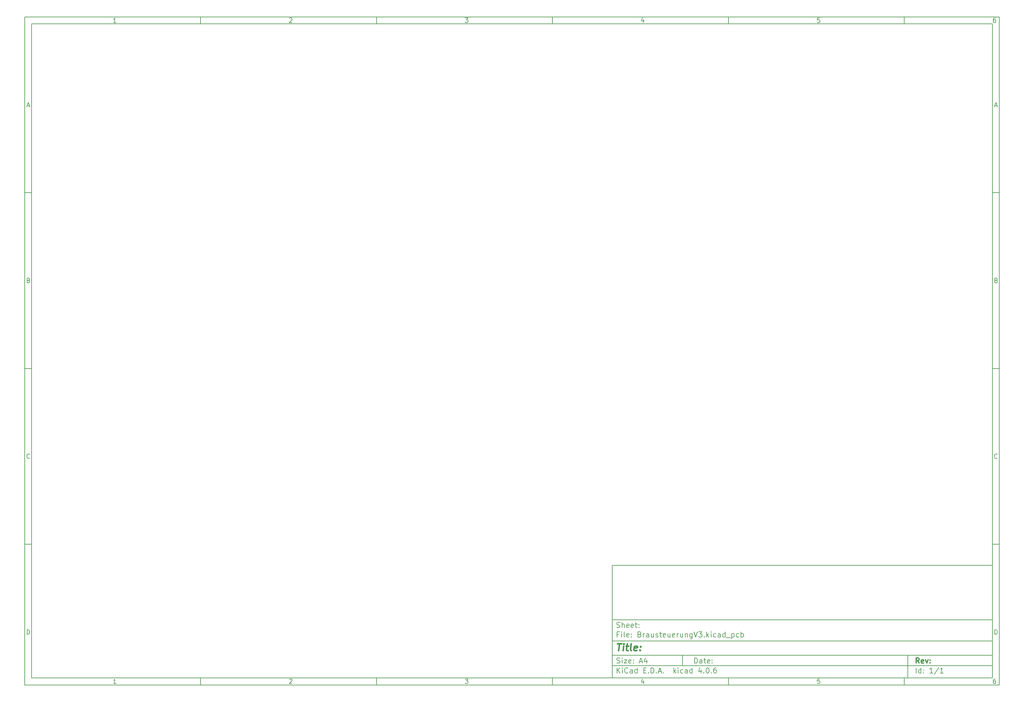
<source format=gbp>
%TF.GenerationSoftware,KiCad,Pcbnew,4.0.6*%
%TF.CreationDate,2018-01-11T12:13:06+01:00*%
%TF.ProjectId,BrausteuerungV3,42726175737465756572756E6756332E,rev?*%
%TF.FileFunction,Paste,Bot*%
%FSLAX46Y46*%
G04 Gerber Fmt 4.6, Leading zero omitted, Abs format (unit mm)*
G04 Created by KiCad (PCBNEW 4.0.6) date 01/11/18 12:13:06*
%MOMM*%
%LPD*%
G01*
G04 APERTURE LIST*
%ADD10C,0.100000*%
%ADD11C,0.150000*%
%ADD12C,0.300000*%
%ADD13C,0.400000*%
G04 APERTURE END LIST*
D10*
D11*
X177002200Y-166007200D02*
X177002200Y-198007200D01*
X285002200Y-198007200D01*
X285002200Y-166007200D01*
X177002200Y-166007200D01*
D10*
D11*
X10000000Y-10000000D02*
X10000000Y-200007200D01*
X287002200Y-200007200D01*
X287002200Y-10000000D01*
X10000000Y-10000000D01*
D10*
D11*
X12000000Y-12000000D02*
X12000000Y-198007200D01*
X285002200Y-198007200D01*
X285002200Y-12000000D01*
X12000000Y-12000000D01*
D10*
D11*
X60000000Y-12000000D02*
X60000000Y-10000000D01*
D10*
D11*
X110000000Y-12000000D02*
X110000000Y-10000000D01*
D10*
D11*
X160000000Y-12000000D02*
X160000000Y-10000000D01*
D10*
D11*
X210000000Y-12000000D02*
X210000000Y-10000000D01*
D10*
D11*
X260000000Y-12000000D02*
X260000000Y-10000000D01*
D10*
D11*
X35990476Y-11588095D02*
X35247619Y-11588095D01*
X35619048Y-11588095D02*
X35619048Y-10288095D01*
X35495238Y-10473810D01*
X35371429Y-10597619D01*
X35247619Y-10659524D01*
D10*
D11*
X85247619Y-10411905D02*
X85309524Y-10350000D01*
X85433333Y-10288095D01*
X85742857Y-10288095D01*
X85866667Y-10350000D01*
X85928571Y-10411905D01*
X85990476Y-10535714D01*
X85990476Y-10659524D01*
X85928571Y-10845238D01*
X85185714Y-11588095D01*
X85990476Y-11588095D01*
D10*
D11*
X135185714Y-10288095D02*
X135990476Y-10288095D01*
X135557143Y-10783333D01*
X135742857Y-10783333D01*
X135866667Y-10845238D01*
X135928571Y-10907143D01*
X135990476Y-11030952D01*
X135990476Y-11340476D01*
X135928571Y-11464286D01*
X135866667Y-11526190D01*
X135742857Y-11588095D01*
X135371429Y-11588095D01*
X135247619Y-11526190D01*
X135185714Y-11464286D01*
D10*
D11*
X185866667Y-10721429D02*
X185866667Y-11588095D01*
X185557143Y-10226190D02*
X185247619Y-11154762D01*
X186052381Y-11154762D01*
D10*
D11*
X235928571Y-10288095D02*
X235309524Y-10288095D01*
X235247619Y-10907143D01*
X235309524Y-10845238D01*
X235433333Y-10783333D01*
X235742857Y-10783333D01*
X235866667Y-10845238D01*
X235928571Y-10907143D01*
X235990476Y-11030952D01*
X235990476Y-11340476D01*
X235928571Y-11464286D01*
X235866667Y-11526190D01*
X235742857Y-11588095D01*
X235433333Y-11588095D01*
X235309524Y-11526190D01*
X235247619Y-11464286D01*
D10*
D11*
X285866667Y-10288095D02*
X285619048Y-10288095D01*
X285495238Y-10350000D01*
X285433333Y-10411905D01*
X285309524Y-10597619D01*
X285247619Y-10845238D01*
X285247619Y-11340476D01*
X285309524Y-11464286D01*
X285371429Y-11526190D01*
X285495238Y-11588095D01*
X285742857Y-11588095D01*
X285866667Y-11526190D01*
X285928571Y-11464286D01*
X285990476Y-11340476D01*
X285990476Y-11030952D01*
X285928571Y-10907143D01*
X285866667Y-10845238D01*
X285742857Y-10783333D01*
X285495238Y-10783333D01*
X285371429Y-10845238D01*
X285309524Y-10907143D01*
X285247619Y-11030952D01*
D10*
D11*
X60000000Y-198007200D02*
X60000000Y-200007200D01*
D10*
D11*
X110000000Y-198007200D02*
X110000000Y-200007200D01*
D10*
D11*
X160000000Y-198007200D02*
X160000000Y-200007200D01*
D10*
D11*
X210000000Y-198007200D02*
X210000000Y-200007200D01*
D10*
D11*
X260000000Y-198007200D02*
X260000000Y-200007200D01*
D10*
D11*
X35990476Y-199595295D02*
X35247619Y-199595295D01*
X35619048Y-199595295D02*
X35619048Y-198295295D01*
X35495238Y-198481010D01*
X35371429Y-198604819D01*
X35247619Y-198666724D01*
D10*
D11*
X85247619Y-198419105D02*
X85309524Y-198357200D01*
X85433333Y-198295295D01*
X85742857Y-198295295D01*
X85866667Y-198357200D01*
X85928571Y-198419105D01*
X85990476Y-198542914D01*
X85990476Y-198666724D01*
X85928571Y-198852438D01*
X85185714Y-199595295D01*
X85990476Y-199595295D01*
D10*
D11*
X135185714Y-198295295D02*
X135990476Y-198295295D01*
X135557143Y-198790533D01*
X135742857Y-198790533D01*
X135866667Y-198852438D01*
X135928571Y-198914343D01*
X135990476Y-199038152D01*
X135990476Y-199347676D01*
X135928571Y-199471486D01*
X135866667Y-199533390D01*
X135742857Y-199595295D01*
X135371429Y-199595295D01*
X135247619Y-199533390D01*
X135185714Y-199471486D01*
D10*
D11*
X185866667Y-198728629D02*
X185866667Y-199595295D01*
X185557143Y-198233390D02*
X185247619Y-199161962D01*
X186052381Y-199161962D01*
D10*
D11*
X235928571Y-198295295D02*
X235309524Y-198295295D01*
X235247619Y-198914343D01*
X235309524Y-198852438D01*
X235433333Y-198790533D01*
X235742857Y-198790533D01*
X235866667Y-198852438D01*
X235928571Y-198914343D01*
X235990476Y-199038152D01*
X235990476Y-199347676D01*
X235928571Y-199471486D01*
X235866667Y-199533390D01*
X235742857Y-199595295D01*
X235433333Y-199595295D01*
X235309524Y-199533390D01*
X235247619Y-199471486D01*
D10*
D11*
X285866667Y-198295295D02*
X285619048Y-198295295D01*
X285495238Y-198357200D01*
X285433333Y-198419105D01*
X285309524Y-198604819D01*
X285247619Y-198852438D01*
X285247619Y-199347676D01*
X285309524Y-199471486D01*
X285371429Y-199533390D01*
X285495238Y-199595295D01*
X285742857Y-199595295D01*
X285866667Y-199533390D01*
X285928571Y-199471486D01*
X285990476Y-199347676D01*
X285990476Y-199038152D01*
X285928571Y-198914343D01*
X285866667Y-198852438D01*
X285742857Y-198790533D01*
X285495238Y-198790533D01*
X285371429Y-198852438D01*
X285309524Y-198914343D01*
X285247619Y-199038152D01*
D10*
D11*
X10000000Y-60000000D02*
X12000000Y-60000000D01*
D10*
D11*
X10000000Y-110000000D02*
X12000000Y-110000000D01*
D10*
D11*
X10000000Y-160000000D02*
X12000000Y-160000000D01*
D10*
D11*
X10690476Y-35216667D02*
X11309524Y-35216667D01*
X10566667Y-35588095D02*
X11000000Y-34288095D01*
X11433333Y-35588095D01*
D10*
D11*
X11092857Y-84907143D02*
X11278571Y-84969048D01*
X11340476Y-85030952D01*
X11402381Y-85154762D01*
X11402381Y-85340476D01*
X11340476Y-85464286D01*
X11278571Y-85526190D01*
X11154762Y-85588095D01*
X10659524Y-85588095D01*
X10659524Y-84288095D01*
X11092857Y-84288095D01*
X11216667Y-84350000D01*
X11278571Y-84411905D01*
X11340476Y-84535714D01*
X11340476Y-84659524D01*
X11278571Y-84783333D01*
X11216667Y-84845238D01*
X11092857Y-84907143D01*
X10659524Y-84907143D01*
D10*
D11*
X11402381Y-135464286D02*
X11340476Y-135526190D01*
X11154762Y-135588095D01*
X11030952Y-135588095D01*
X10845238Y-135526190D01*
X10721429Y-135402381D01*
X10659524Y-135278571D01*
X10597619Y-135030952D01*
X10597619Y-134845238D01*
X10659524Y-134597619D01*
X10721429Y-134473810D01*
X10845238Y-134350000D01*
X11030952Y-134288095D01*
X11154762Y-134288095D01*
X11340476Y-134350000D01*
X11402381Y-134411905D01*
D10*
D11*
X10659524Y-185588095D02*
X10659524Y-184288095D01*
X10969048Y-184288095D01*
X11154762Y-184350000D01*
X11278571Y-184473810D01*
X11340476Y-184597619D01*
X11402381Y-184845238D01*
X11402381Y-185030952D01*
X11340476Y-185278571D01*
X11278571Y-185402381D01*
X11154762Y-185526190D01*
X10969048Y-185588095D01*
X10659524Y-185588095D01*
D10*
D11*
X287002200Y-60000000D02*
X285002200Y-60000000D01*
D10*
D11*
X287002200Y-110000000D02*
X285002200Y-110000000D01*
D10*
D11*
X287002200Y-160000000D02*
X285002200Y-160000000D01*
D10*
D11*
X285692676Y-35216667D02*
X286311724Y-35216667D01*
X285568867Y-35588095D02*
X286002200Y-34288095D01*
X286435533Y-35588095D01*
D10*
D11*
X286095057Y-84907143D02*
X286280771Y-84969048D01*
X286342676Y-85030952D01*
X286404581Y-85154762D01*
X286404581Y-85340476D01*
X286342676Y-85464286D01*
X286280771Y-85526190D01*
X286156962Y-85588095D01*
X285661724Y-85588095D01*
X285661724Y-84288095D01*
X286095057Y-84288095D01*
X286218867Y-84350000D01*
X286280771Y-84411905D01*
X286342676Y-84535714D01*
X286342676Y-84659524D01*
X286280771Y-84783333D01*
X286218867Y-84845238D01*
X286095057Y-84907143D01*
X285661724Y-84907143D01*
D10*
D11*
X286404581Y-135464286D02*
X286342676Y-135526190D01*
X286156962Y-135588095D01*
X286033152Y-135588095D01*
X285847438Y-135526190D01*
X285723629Y-135402381D01*
X285661724Y-135278571D01*
X285599819Y-135030952D01*
X285599819Y-134845238D01*
X285661724Y-134597619D01*
X285723629Y-134473810D01*
X285847438Y-134350000D01*
X286033152Y-134288095D01*
X286156962Y-134288095D01*
X286342676Y-134350000D01*
X286404581Y-134411905D01*
D10*
D11*
X285661724Y-185588095D02*
X285661724Y-184288095D01*
X285971248Y-184288095D01*
X286156962Y-184350000D01*
X286280771Y-184473810D01*
X286342676Y-184597619D01*
X286404581Y-184845238D01*
X286404581Y-185030952D01*
X286342676Y-185278571D01*
X286280771Y-185402381D01*
X286156962Y-185526190D01*
X285971248Y-185588095D01*
X285661724Y-185588095D01*
D10*
D11*
X200359343Y-193785771D02*
X200359343Y-192285771D01*
X200716486Y-192285771D01*
X200930771Y-192357200D01*
X201073629Y-192500057D01*
X201145057Y-192642914D01*
X201216486Y-192928629D01*
X201216486Y-193142914D01*
X201145057Y-193428629D01*
X201073629Y-193571486D01*
X200930771Y-193714343D01*
X200716486Y-193785771D01*
X200359343Y-193785771D01*
X202502200Y-193785771D02*
X202502200Y-193000057D01*
X202430771Y-192857200D01*
X202287914Y-192785771D01*
X202002200Y-192785771D01*
X201859343Y-192857200D01*
X202502200Y-193714343D02*
X202359343Y-193785771D01*
X202002200Y-193785771D01*
X201859343Y-193714343D01*
X201787914Y-193571486D01*
X201787914Y-193428629D01*
X201859343Y-193285771D01*
X202002200Y-193214343D01*
X202359343Y-193214343D01*
X202502200Y-193142914D01*
X203002200Y-192785771D02*
X203573629Y-192785771D01*
X203216486Y-192285771D02*
X203216486Y-193571486D01*
X203287914Y-193714343D01*
X203430772Y-193785771D01*
X203573629Y-193785771D01*
X204645057Y-193714343D02*
X204502200Y-193785771D01*
X204216486Y-193785771D01*
X204073629Y-193714343D01*
X204002200Y-193571486D01*
X204002200Y-193000057D01*
X204073629Y-192857200D01*
X204216486Y-192785771D01*
X204502200Y-192785771D01*
X204645057Y-192857200D01*
X204716486Y-193000057D01*
X204716486Y-193142914D01*
X204002200Y-193285771D01*
X205359343Y-193642914D02*
X205430771Y-193714343D01*
X205359343Y-193785771D01*
X205287914Y-193714343D01*
X205359343Y-193642914D01*
X205359343Y-193785771D01*
X205359343Y-192857200D02*
X205430771Y-192928629D01*
X205359343Y-193000057D01*
X205287914Y-192928629D01*
X205359343Y-192857200D01*
X205359343Y-193000057D01*
D10*
D11*
X177002200Y-194507200D02*
X285002200Y-194507200D01*
D10*
D11*
X178359343Y-196585771D02*
X178359343Y-195085771D01*
X179216486Y-196585771D02*
X178573629Y-195728629D01*
X179216486Y-195085771D02*
X178359343Y-195942914D01*
X179859343Y-196585771D02*
X179859343Y-195585771D01*
X179859343Y-195085771D02*
X179787914Y-195157200D01*
X179859343Y-195228629D01*
X179930771Y-195157200D01*
X179859343Y-195085771D01*
X179859343Y-195228629D01*
X181430772Y-196442914D02*
X181359343Y-196514343D01*
X181145057Y-196585771D01*
X181002200Y-196585771D01*
X180787915Y-196514343D01*
X180645057Y-196371486D01*
X180573629Y-196228629D01*
X180502200Y-195942914D01*
X180502200Y-195728629D01*
X180573629Y-195442914D01*
X180645057Y-195300057D01*
X180787915Y-195157200D01*
X181002200Y-195085771D01*
X181145057Y-195085771D01*
X181359343Y-195157200D01*
X181430772Y-195228629D01*
X182716486Y-196585771D02*
X182716486Y-195800057D01*
X182645057Y-195657200D01*
X182502200Y-195585771D01*
X182216486Y-195585771D01*
X182073629Y-195657200D01*
X182716486Y-196514343D02*
X182573629Y-196585771D01*
X182216486Y-196585771D01*
X182073629Y-196514343D01*
X182002200Y-196371486D01*
X182002200Y-196228629D01*
X182073629Y-196085771D01*
X182216486Y-196014343D01*
X182573629Y-196014343D01*
X182716486Y-195942914D01*
X184073629Y-196585771D02*
X184073629Y-195085771D01*
X184073629Y-196514343D02*
X183930772Y-196585771D01*
X183645058Y-196585771D01*
X183502200Y-196514343D01*
X183430772Y-196442914D01*
X183359343Y-196300057D01*
X183359343Y-195871486D01*
X183430772Y-195728629D01*
X183502200Y-195657200D01*
X183645058Y-195585771D01*
X183930772Y-195585771D01*
X184073629Y-195657200D01*
X185930772Y-195800057D02*
X186430772Y-195800057D01*
X186645058Y-196585771D02*
X185930772Y-196585771D01*
X185930772Y-195085771D01*
X186645058Y-195085771D01*
X187287915Y-196442914D02*
X187359343Y-196514343D01*
X187287915Y-196585771D01*
X187216486Y-196514343D01*
X187287915Y-196442914D01*
X187287915Y-196585771D01*
X188002201Y-196585771D02*
X188002201Y-195085771D01*
X188359344Y-195085771D01*
X188573629Y-195157200D01*
X188716487Y-195300057D01*
X188787915Y-195442914D01*
X188859344Y-195728629D01*
X188859344Y-195942914D01*
X188787915Y-196228629D01*
X188716487Y-196371486D01*
X188573629Y-196514343D01*
X188359344Y-196585771D01*
X188002201Y-196585771D01*
X189502201Y-196442914D02*
X189573629Y-196514343D01*
X189502201Y-196585771D01*
X189430772Y-196514343D01*
X189502201Y-196442914D01*
X189502201Y-196585771D01*
X190145058Y-196157200D02*
X190859344Y-196157200D01*
X190002201Y-196585771D02*
X190502201Y-195085771D01*
X191002201Y-196585771D01*
X191502201Y-196442914D02*
X191573629Y-196514343D01*
X191502201Y-196585771D01*
X191430772Y-196514343D01*
X191502201Y-196442914D01*
X191502201Y-196585771D01*
X194502201Y-196585771D02*
X194502201Y-195085771D01*
X194645058Y-196014343D02*
X195073629Y-196585771D01*
X195073629Y-195585771D02*
X194502201Y-196157200D01*
X195716487Y-196585771D02*
X195716487Y-195585771D01*
X195716487Y-195085771D02*
X195645058Y-195157200D01*
X195716487Y-195228629D01*
X195787915Y-195157200D01*
X195716487Y-195085771D01*
X195716487Y-195228629D01*
X197073630Y-196514343D02*
X196930773Y-196585771D01*
X196645059Y-196585771D01*
X196502201Y-196514343D01*
X196430773Y-196442914D01*
X196359344Y-196300057D01*
X196359344Y-195871486D01*
X196430773Y-195728629D01*
X196502201Y-195657200D01*
X196645059Y-195585771D01*
X196930773Y-195585771D01*
X197073630Y-195657200D01*
X198359344Y-196585771D02*
X198359344Y-195800057D01*
X198287915Y-195657200D01*
X198145058Y-195585771D01*
X197859344Y-195585771D01*
X197716487Y-195657200D01*
X198359344Y-196514343D02*
X198216487Y-196585771D01*
X197859344Y-196585771D01*
X197716487Y-196514343D01*
X197645058Y-196371486D01*
X197645058Y-196228629D01*
X197716487Y-196085771D01*
X197859344Y-196014343D01*
X198216487Y-196014343D01*
X198359344Y-195942914D01*
X199716487Y-196585771D02*
X199716487Y-195085771D01*
X199716487Y-196514343D02*
X199573630Y-196585771D01*
X199287916Y-196585771D01*
X199145058Y-196514343D01*
X199073630Y-196442914D01*
X199002201Y-196300057D01*
X199002201Y-195871486D01*
X199073630Y-195728629D01*
X199145058Y-195657200D01*
X199287916Y-195585771D01*
X199573630Y-195585771D01*
X199716487Y-195657200D01*
X202216487Y-195585771D02*
X202216487Y-196585771D01*
X201859344Y-195014343D02*
X201502201Y-196085771D01*
X202430773Y-196085771D01*
X203002201Y-196442914D02*
X203073629Y-196514343D01*
X203002201Y-196585771D01*
X202930772Y-196514343D01*
X203002201Y-196442914D01*
X203002201Y-196585771D01*
X204002201Y-195085771D02*
X204145058Y-195085771D01*
X204287915Y-195157200D01*
X204359344Y-195228629D01*
X204430773Y-195371486D01*
X204502201Y-195657200D01*
X204502201Y-196014343D01*
X204430773Y-196300057D01*
X204359344Y-196442914D01*
X204287915Y-196514343D01*
X204145058Y-196585771D01*
X204002201Y-196585771D01*
X203859344Y-196514343D01*
X203787915Y-196442914D01*
X203716487Y-196300057D01*
X203645058Y-196014343D01*
X203645058Y-195657200D01*
X203716487Y-195371486D01*
X203787915Y-195228629D01*
X203859344Y-195157200D01*
X204002201Y-195085771D01*
X205145058Y-196442914D02*
X205216486Y-196514343D01*
X205145058Y-196585771D01*
X205073629Y-196514343D01*
X205145058Y-196442914D01*
X205145058Y-196585771D01*
X206502201Y-195085771D02*
X206216487Y-195085771D01*
X206073630Y-195157200D01*
X206002201Y-195228629D01*
X205859344Y-195442914D01*
X205787915Y-195728629D01*
X205787915Y-196300057D01*
X205859344Y-196442914D01*
X205930772Y-196514343D01*
X206073630Y-196585771D01*
X206359344Y-196585771D01*
X206502201Y-196514343D01*
X206573630Y-196442914D01*
X206645058Y-196300057D01*
X206645058Y-195942914D01*
X206573630Y-195800057D01*
X206502201Y-195728629D01*
X206359344Y-195657200D01*
X206073630Y-195657200D01*
X205930772Y-195728629D01*
X205859344Y-195800057D01*
X205787915Y-195942914D01*
D10*
D11*
X177002200Y-191507200D02*
X285002200Y-191507200D01*
D10*
D12*
X264216486Y-193785771D02*
X263716486Y-193071486D01*
X263359343Y-193785771D02*
X263359343Y-192285771D01*
X263930771Y-192285771D01*
X264073629Y-192357200D01*
X264145057Y-192428629D01*
X264216486Y-192571486D01*
X264216486Y-192785771D01*
X264145057Y-192928629D01*
X264073629Y-193000057D01*
X263930771Y-193071486D01*
X263359343Y-193071486D01*
X265430771Y-193714343D02*
X265287914Y-193785771D01*
X265002200Y-193785771D01*
X264859343Y-193714343D01*
X264787914Y-193571486D01*
X264787914Y-193000057D01*
X264859343Y-192857200D01*
X265002200Y-192785771D01*
X265287914Y-192785771D01*
X265430771Y-192857200D01*
X265502200Y-193000057D01*
X265502200Y-193142914D01*
X264787914Y-193285771D01*
X266002200Y-192785771D02*
X266359343Y-193785771D01*
X266716485Y-192785771D01*
X267287914Y-193642914D02*
X267359342Y-193714343D01*
X267287914Y-193785771D01*
X267216485Y-193714343D01*
X267287914Y-193642914D01*
X267287914Y-193785771D01*
X267287914Y-192857200D02*
X267359342Y-192928629D01*
X267287914Y-193000057D01*
X267216485Y-192928629D01*
X267287914Y-192857200D01*
X267287914Y-193000057D01*
D10*
D11*
X178287914Y-193714343D02*
X178502200Y-193785771D01*
X178859343Y-193785771D01*
X179002200Y-193714343D01*
X179073629Y-193642914D01*
X179145057Y-193500057D01*
X179145057Y-193357200D01*
X179073629Y-193214343D01*
X179002200Y-193142914D01*
X178859343Y-193071486D01*
X178573629Y-193000057D01*
X178430771Y-192928629D01*
X178359343Y-192857200D01*
X178287914Y-192714343D01*
X178287914Y-192571486D01*
X178359343Y-192428629D01*
X178430771Y-192357200D01*
X178573629Y-192285771D01*
X178930771Y-192285771D01*
X179145057Y-192357200D01*
X179787914Y-193785771D02*
X179787914Y-192785771D01*
X179787914Y-192285771D02*
X179716485Y-192357200D01*
X179787914Y-192428629D01*
X179859342Y-192357200D01*
X179787914Y-192285771D01*
X179787914Y-192428629D01*
X180359343Y-192785771D02*
X181145057Y-192785771D01*
X180359343Y-193785771D01*
X181145057Y-193785771D01*
X182287914Y-193714343D02*
X182145057Y-193785771D01*
X181859343Y-193785771D01*
X181716486Y-193714343D01*
X181645057Y-193571486D01*
X181645057Y-193000057D01*
X181716486Y-192857200D01*
X181859343Y-192785771D01*
X182145057Y-192785771D01*
X182287914Y-192857200D01*
X182359343Y-193000057D01*
X182359343Y-193142914D01*
X181645057Y-193285771D01*
X183002200Y-193642914D02*
X183073628Y-193714343D01*
X183002200Y-193785771D01*
X182930771Y-193714343D01*
X183002200Y-193642914D01*
X183002200Y-193785771D01*
X183002200Y-192857200D02*
X183073628Y-192928629D01*
X183002200Y-193000057D01*
X182930771Y-192928629D01*
X183002200Y-192857200D01*
X183002200Y-193000057D01*
X184787914Y-193357200D02*
X185502200Y-193357200D01*
X184645057Y-193785771D02*
X185145057Y-192285771D01*
X185645057Y-193785771D01*
X186787914Y-192785771D02*
X186787914Y-193785771D01*
X186430771Y-192214343D02*
X186073628Y-193285771D01*
X187002200Y-193285771D01*
D10*
D11*
X263359343Y-196585771D02*
X263359343Y-195085771D01*
X264716486Y-196585771D02*
X264716486Y-195085771D01*
X264716486Y-196514343D02*
X264573629Y-196585771D01*
X264287915Y-196585771D01*
X264145057Y-196514343D01*
X264073629Y-196442914D01*
X264002200Y-196300057D01*
X264002200Y-195871486D01*
X264073629Y-195728629D01*
X264145057Y-195657200D01*
X264287915Y-195585771D01*
X264573629Y-195585771D01*
X264716486Y-195657200D01*
X265430772Y-196442914D02*
X265502200Y-196514343D01*
X265430772Y-196585771D01*
X265359343Y-196514343D01*
X265430772Y-196442914D01*
X265430772Y-196585771D01*
X265430772Y-195657200D02*
X265502200Y-195728629D01*
X265430772Y-195800057D01*
X265359343Y-195728629D01*
X265430772Y-195657200D01*
X265430772Y-195800057D01*
X268073629Y-196585771D02*
X267216486Y-196585771D01*
X267645058Y-196585771D02*
X267645058Y-195085771D01*
X267502201Y-195300057D01*
X267359343Y-195442914D01*
X267216486Y-195514343D01*
X269787914Y-195014343D02*
X268502200Y-196942914D01*
X271073629Y-196585771D02*
X270216486Y-196585771D01*
X270645058Y-196585771D02*
X270645058Y-195085771D01*
X270502201Y-195300057D01*
X270359343Y-195442914D01*
X270216486Y-195514343D01*
D10*
D11*
X177002200Y-187507200D02*
X285002200Y-187507200D01*
D10*
D13*
X178454581Y-188211962D02*
X179597438Y-188211962D01*
X178776010Y-190211962D02*
X179026010Y-188211962D01*
X180014105Y-190211962D02*
X180180771Y-188878629D01*
X180264105Y-188211962D02*
X180156962Y-188307200D01*
X180240295Y-188402438D01*
X180347439Y-188307200D01*
X180264105Y-188211962D01*
X180240295Y-188402438D01*
X180847438Y-188878629D02*
X181609343Y-188878629D01*
X181216486Y-188211962D02*
X181002200Y-189926248D01*
X181073630Y-190116724D01*
X181252201Y-190211962D01*
X181442677Y-190211962D01*
X182395058Y-190211962D02*
X182216487Y-190116724D01*
X182145057Y-189926248D01*
X182359343Y-188211962D01*
X183930772Y-190116724D02*
X183728391Y-190211962D01*
X183347439Y-190211962D01*
X183168867Y-190116724D01*
X183097438Y-189926248D01*
X183192676Y-189164343D01*
X183311724Y-188973867D01*
X183514105Y-188878629D01*
X183895057Y-188878629D01*
X184073629Y-188973867D01*
X184145057Y-189164343D01*
X184121248Y-189354819D01*
X183145057Y-189545295D01*
X184895057Y-190021486D02*
X184978392Y-190116724D01*
X184871248Y-190211962D01*
X184787915Y-190116724D01*
X184895057Y-190021486D01*
X184871248Y-190211962D01*
X185026010Y-188973867D02*
X185109344Y-189069105D01*
X185002200Y-189164343D01*
X184918867Y-189069105D01*
X185026010Y-188973867D01*
X185002200Y-189164343D01*
D10*
D11*
X178859343Y-185600057D02*
X178359343Y-185600057D01*
X178359343Y-186385771D02*
X178359343Y-184885771D01*
X179073629Y-184885771D01*
X179645057Y-186385771D02*
X179645057Y-185385771D01*
X179645057Y-184885771D02*
X179573628Y-184957200D01*
X179645057Y-185028629D01*
X179716485Y-184957200D01*
X179645057Y-184885771D01*
X179645057Y-185028629D01*
X180573629Y-186385771D02*
X180430771Y-186314343D01*
X180359343Y-186171486D01*
X180359343Y-184885771D01*
X181716485Y-186314343D02*
X181573628Y-186385771D01*
X181287914Y-186385771D01*
X181145057Y-186314343D01*
X181073628Y-186171486D01*
X181073628Y-185600057D01*
X181145057Y-185457200D01*
X181287914Y-185385771D01*
X181573628Y-185385771D01*
X181716485Y-185457200D01*
X181787914Y-185600057D01*
X181787914Y-185742914D01*
X181073628Y-185885771D01*
X182430771Y-186242914D02*
X182502199Y-186314343D01*
X182430771Y-186385771D01*
X182359342Y-186314343D01*
X182430771Y-186242914D01*
X182430771Y-186385771D01*
X182430771Y-185457200D02*
X182502199Y-185528629D01*
X182430771Y-185600057D01*
X182359342Y-185528629D01*
X182430771Y-185457200D01*
X182430771Y-185600057D01*
X184787914Y-185600057D02*
X185002200Y-185671486D01*
X185073628Y-185742914D01*
X185145057Y-185885771D01*
X185145057Y-186100057D01*
X185073628Y-186242914D01*
X185002200Y-186314343D01*
X184859342Y-186385771D01*
X184287914Y-186385771D01*
X184287914Y-184885771D01*
X184787914Y-184885771D01*
X184930771Y-184957200D01*
X185002200Y-185028629D01*
X185073628Y-185171486D01*
X185073628Y-185314343D01*
X185002200Y-185457200D01*
X184930771Y-185528629D01*
X184787914Y-185600057D01*
X184287914Y-185600057D01*
X185787914Y-186385771D02*
X185787914Y-185385771D01*
X185787914Y-185671486D02*
X185859342Y-185528629D01*
X185930771Y-185457200D01*
X186073628Y-185385771D01*
X186216485Y-185385771D01*
X187359342Y-186385771D02*
X187359342Y-185600057D01*
X187287913Y-185457200D01*
X187145056Y-185385771D01*
X186859342Y-185385771D01*
X186716485Y-185457200D01*
X187359342Y-186314343D02*
X187216485Y-186385771D01*
X186859342Y-186385771D01*
X186716485Y-186314343D01*
X186645056Y-186171486D01*
X186645056Y-186028629D01*
X186716485Y-185885771D01*
X186859342Y-185814343D01*
X187216485Y-185814343D01*
X187359342Y-185742914D01*
X188716485Y-185385771D02*
X188716485Y-186385771D01*
X188073628Y-185385771D02*
X188073628Y-186171486D01*
X188145056Y-186314343D01*
X188287914Y-186385771D01*
X188502199Y-186385771D01*
X188645056Y-186314343D01*
X188716485Y-186242914D01*
X189359342Y-186314343D02*
X189502199Y-186385771D01*
X189787914Y-186385771D01*
X189930771Y-186314343D01*
X190002199Y-186171486D01*
X190002199Y-186100057D01*
X189930771Y-185957200D01*
X189787914Y-185885771D01*
X189573628Y-185885771D01*
X189430771Y-185814343D01*
X189359342Y-185671486D01*
X189359342Y-185600057D01*
X189430771Y-185457200D01*
X189573628Y-185385771D01*
X189787914Y-185385771D01*
X189930771Y-185457200D01*
X190430771Y-185385771D02*
X191002200Y-185385771D01*
X190645057Y-184885771D02*
X190645057Y-186171486D01*
X190716485Y-186314343D01*
X190859343Y-186385771D01*
X191002200Y-186385771D01*
X192073628Y-186314343D02*
X191930771Y-186385771D01*
X191645057Y-186385771D01*
X191502200Y-186314343D01*
X191430771Y-186171486D01*
X191430771Y-185600057D01*
X191502200Y-185457200D01*
X191645057Y-185385771D01*
X191930771Y-185385771D01*
X192073628Y-185457200D01*
X192145057Y-185600057D01*
X192145057Y-185742914D01*
X191430771Y-185885771D01*
X193430771Y-185385771D02*
X193430771Y-186385771D01*
X192787914Y-185385771D02*
X192787914Y-186171486D01*
X192859342Y-186314343D01*
X193002200Y-186385771D01*
X193216485Y-186385771D01*
X193359342Y-186314343D01*
X193430771Y-186242914D01*
X194716485Y-186314343D02*
X194573628Y-186385771D01*
X194287914Y-186385771D01*
X194145057Y-186314343D01*
X194073628Y-186171486D01*
X194073628Y-185600057D01*
X194145057Y-185457200D01*
X194287914Y-185385771D01*
X194573628Y-185385771D01*
X194716485Y-185457200D01*
X194787914Y-185600057D01*
X194787914Y-185742914D01*
X194073628Y-185885771D01*
X195430771Y-186385771D02*
X195430771Y-185385771D01*
X195430771Y-185671486D02*
X195502199Y-185528629D01*
X195573628Y-185457200D01*
X195716485Y-185385771D01*
X195859342Y-185385771D01*
X197002199Y-185385771D02*
X197002199Y-186385771D01*
X196359342Y-185385771D02*
X196359342Y-186171486D01*
X196430770Y-186314343D01*
X196573628Y-186385771D01*
X196787913Y-186385771D01*
X196930770Y-186314343D01*
X197002199Y-186242914D01*
X197716485Y-185385771D02*
X197716485Y-186385771D01*
X197716485Y-185528629D02*
X197787913Y-185457200D01*
X197930771Y-185385771D01*
X198145056Y-185385771D01*
X198287913Y-185457200D01*
X198359342Y-185600057D01*
X198359342Y-186385771D01*
X199716485Y-185385771D02*
X199716485Y-186600057D01*
X199645056Y-186742914D01*
X199573628Y-186814343D01*
X199430771Y-186885771D01*
X199216485Y-186885771D01*
X199073628Y-186814343D01*
X199716485Y-186314343D02*
X199573628Y-186385771D01*
X199287914Y-186385771D01*
X199145056Y-186314343D01*
X199073628Y-186242914D01*
X199002199Y-186100057D01*
X199002199Y-185671486D01*
X199073628Y-185528629D01*
X199145056Y-185457200D01*
X199287914Y-185385771D01*
X199573628Y-185385771D01*
X199716485Y-185457200D01*
X200216485Y-184885771D02*
X200716485Y-186385771D01*
X201216485Y-184885771D01*
X201573628Y-184885771D02*
X202502199Y-184885771D01*
X202002199Y-185457200D01*
X202216485Y-185457200D01*
X202359342Y-185528629D01*
X202430771Y-185600057D01*
X202502199Y-185742914D01*
X202502199Y-186100057D01*
X202430771Y-186242914D01*
X202359342Y-186314343D01*
X202216485Y-186385771D01*
X201787913Y-186385771D01*
X201645056Y-186314343D01*
X201573628Y-186242914D01*
X203145056Y-186242914D02*
X203216484Y-186314343D01*
X203145056Y-186385771D01*
X203073627Y-186314343D01*
X203145056Y-186242914D01*
X203145056Y-186385771D01*
X203859342Y-186385771D02*
X203859342Y-184885771D01*
X204002199Y-185814343D02*
X204430770Y-186385771D01*
X204430770Y-185385771D02*
X203859342Y-185957200D01*
X205073628Y-186385771D02*
X205073628Y-185385771D01*
X205073628Y-184885771D02*
X205002199Y-184957200D01*
X205073628Y-185028629D01*
X205145056Y-184957200D01*
X205073628Y-184885771D01*
X205073628Y-185028629D01*
X206430771Y-186314343D02*
X206287914Y-186385771D01*
X206002200Y-186385771D01*
X205859342Y-186314343D01*
X205787914Y-186242914D01*
X205716485Y-186100057D01*
X205716485Y-185671486D01*
X205787914Y-185528629D01*
X205859342Y-185457200D01*
X206002200Y-185385771D01*
X206287914Y-185385771D01*
X206430771Y-185457200D01*
X207716485Y-186385771D02*
X207716485Y-185600057D01*
X207645056Y-185457200D01*
X207502199Y-185385771D01*
X207216485Y-185385771D01*
X207073628Y-185457200D01*
X207716485Y-186314343D02*
X207573628Y-186385771D01*
X207216485Y-186385771D01*
X207073628Y-186314343D01*
X207002199Y-186171486D01*
X207002199Y-186028629D01*
X207073628Y-185885771D01*
X207216485Y-185814343D01*
X207573628Y-185814343D01*
X207716485Y-185742914D01*
X209073628Y-186385771D02*
X209073628Y-184885771D01*
X209073628Y-186314343D02*
X208930771Y-186385771D01*
X208645057Y-186385771D01*
X208502199Y-186314343D01*
X208430771Y-186242914D01*
X208359342Y-186100057D01*
X208359342Y-185671486D01*
X208430771Y-185528629D01*
X208502199Y-185457200D01*
X208645057Y-185385771D01*
X208930771Y-185385771D01*
X209073628Y-185457200D01*
X209430771Y-186528629D02*
X210573628Y-186528629D01*
X210930771Y-185385771D02*
X210930771Y-186885771D01*
X210930771Y-185457200D02*
X211073628Y-185385771D01*
X211359342Y-185385771D01*
X211502199Y-185457200D01*
X211573628Y-185528629D01*
X211645057Y-185671486D01*
X211645057Y-186100057D01*
X211573628Y-186242914D01*
X211502199Y-186314343D01*
X211359342Y-186385771D01*
X211073628Y-186385771D01*
X210930771Y-186314343D01*
X212930771Y-186314343D02*
X212787914Y-186385771D01*
X212502200Y-186385771D01*
X212359342Y-186314343D01*
X212287914Y-186242914D01*
X212216485Y-186100057D01*
X212216485Y-185671486D01*
X212287914Y-185528629D01*
X212359342Y-185457200D01*
X212502200Y-185385771D01*
X212787914Y-185385771D01*
X212930771Y-185457200D01*
X213573628Y-186385771D02*
X213573628Y-184885771D01*
X213573628Y-185457200D02*
X213716485Y-185385771D01*
X214002199Y-185385771D01*
X214145056Y-185457200D01*
X214216485Y-185528629D01*
X214287914Y-185671486D01*
X214287914Y-186100057D01*
X214216485Y-186242914D01*
X214145056Y-186314343D01*
X214002199Y-186385771D01*
X213716485Y-186385771D01*
X213573628Y-186314343D01*
D10*
D11*
X177002200Y-181507200D02*
X285002200Y-181507200D01*
D10*
D11*
X178287914Y-183614343D02*
X178502200Y-183685771D01*
X178859343Y-183685771D01*
X179002200Y-183614343D01*
X179073629Y-183542914D01*
X179145057Y-183400057D01*
X179145057Y-183257200D01*
X179073629Y-183114343D01*
X179002200Y-183042914D01*
X178859343Y-182971486D01*
X178573629Y-182900057D01*
X178430771Y-182828629D01*
X178359343Y-182757200D01*
X178287914Y-182614343D01*
X178287914Y-182471486D01*
X178359343Y-182328629D01*
X178430771Y-182257200D01*
X178573629Y-182185771D01*
X178930771Y-182185771D01*
X179145057Y-182257200D01*
X179787914Y-183685771D02*
X179787914Y-182185771D01*
X180430771Y-183685771D02*
X180430771Y-182900057D01*
X180359342Y-182757200D01*
X180216485Y-182685771D01*
X180002200Y-182685771D01*
X179859342Y-182757200D01*
X179787914Y-182828629D01*
X181716485Y-183614343D02*
X181573628Y-183685771D01*
X181287914Y-183685771D01*
X181145057Y-183614343D01*
X181073628Y-183471486D01*
X181073628Y-182900057D01*
X181145057Y-182757200D01*
X181287914Y-182685771D01*
X181573628Y-182685771D01*
X181716485Y-182757200D01*
X181787914Y-182900057D01*
X181787914Y-183042914D01*
X181073628Y-183185771D01*
X183002199Y-183614343D02*
X182859342Y-183685771D01*
X182573628Y-183685771D01*
X182430771Y-183614343D01*
X182359342Y-183471486D01*
X182359342Y-182900057D01*
X182430771Y-182757200D01*
X182573628Y-182685771D01*
X182859342Y-182685771D01*
X183002199Y-182757200D01*
X183073628Y-182900057D01*
X183073628Y-183042914D01*
X182359342Y-183185771D01*
X183502199Y-182685771D02*
X184073628Y-182685771D01*
X183716485Y-182185771D02*
X183716485Y-183471486D01*
X183787913Y-183614343D01*
X183930771Y-183685771D01*
X184073628Y-183685771D01*
X184573628Y-183542914D02*
X184645056Y-183614343D01*
X184573628Y-183685771D01*
X184502199Y-183614343D01*
X184573628Y-183542914D01*
X184573628Y-183685771D01*
X184573628Y-182757200D02*
X184645056Y-182828629D01*
X184573628Y-182900057D01*
X184502199Y-182828629D01*
X184573628Y-182757200D01*
X184573628Y-182900057D01*
D10*
D11*
X197002200Y-191507200D02*
X197002200Y-194507200D01*
D10*
D11*
X261002200Y-191507200D02*
X261002200Y-198007200D01*
M02*

</source>
